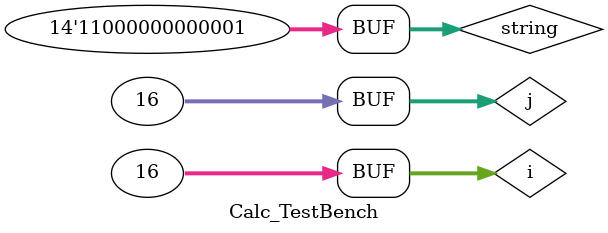
<source format=v>
`timescale 1ns / 1ps


module Calc_TestBench;

	// Inputs
	reg [13:0] string;

	// Outputs
	wire [3:0] res;
	wire [6:0] seven_output;

	// Instantiate the Unit Under Test (UUT)
	Calculator uut (
		.string(string), 
		.res(res), 
		.seven_output(seven_output)
	);
integer i ;
integer j ;

	initial begin
		// Initialize Inputs
		string[13:0]=14'b00000000000000 ;		
		for(i=0;i<16;i=i+1)
		begin
			for(j=0;j<16;j=j+1)
			begin
				string[7:4]= string[7:4]+4'b0001 ;
				string[3:0]=string[11:8]+string[7:4] ;
				string[13:12]=2'b00 ;
				#0.5;
			end; 
				string[11:8] = string[11:8]+4'b0001 ;
		end;
		
		
		 string[13:0]=14'b01000000000000 ;
	 for( i=0;i<16;i=i+1)
	 begin
	  for( j=0;j<16;j=j+1)
	  begin
	  string[7:4]=string[7:4]+4'b0001;
	 string[3:0]=string[11:8]-string[7:4];
      string[13:12] = 2'b01;
	 #0.5;
	  end;
	  string[11:8]=string[11:8]+4'b0001;
	 end;
	 
	 string[13:0]=14'b10000000000000 ;
	 for( i=0;i<16;i=i+1)
	 begin
	  for( j=0;j<16;j=j+1)
	  begin
	  string[7:4]=string[7:4]+4'b0001;
	 string[3:0]=string[11:8]|string[7:4];
	 
      string[13:12] = 2'b10;
	 #0.5;
	  end;
	  string[11:8]=string[11:8]+4'b0001;
	 end;
	 
	  string[13:0]=14'b11000000000000 ;
	 for( i=0;i<16;i=i+1)
	 begin
	  for( j=0;j<16;j=j+1)
	  begin
	  string[7:4]=string[7:4]+4'b0001;
	 string[3:0]=~string[11:8]+4'b0001;
	 
      string[13:12] = 2'b11;
	 #0.5;
	  end;
	  string[11:8]=string[11:8]+4'b0001;
	 end;
	 
	end 
      
endmodule

</source>
